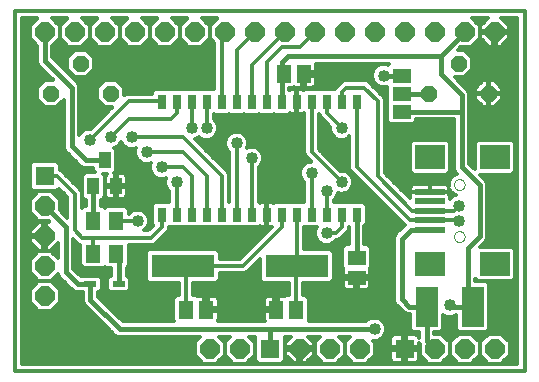
<source format=gtl>
G75*
G70*
%OFA0B0*%
%FSLAX24Y24*%
%IPPOS*%
%LPD*%
%AMOC8*
5,1,8,0,0,1.08239X$1,22.5*
%
%ADD10C,0.0120*%
%ADD11R,0.0984X0.0197*%
%ADD12R,0.0984X0.0787*%
%ADD13C,0.0000*%
%ADD14R,0.0512X0.0591*%
%ADD15R,0.2100X0.0760*%
%ADD16R,0.0591X0.0512*%
%ADD17OC8,0.0640*%
%ADD18R,0.0394X0.0551*%
%ADD19R,0.0512X0.0630*%
%ADD20OC8,0.0560*%
%ADD21R,0.0640X0.0640*%
%ADD22R,0.0300X0.0500*%
%ADD23R,0.0413X0.0197*%
%ADD24R,0.0748X0.1339*%
%ADD25R,0.0630X0.0460*%
%ADD26C,0.0400*%
%ADD27C,0.0160*%
D10*
X000161Y000161D02*
X017161Y000161D01*
X017161Y012161D01*
X000161Y012161D01*
X000161Y000161D01*
X000401Y000401D02*
X000401Y011921D01*
X000914Y011921D01*
X000661Y011668D01*
X000661Y011254D01*
X000901Y011014D01*
X000901Y010563D01*
X000901Y010460D01*
X000941Y010364D01*
X001434Y009871D01*
X001171Y009871D01*
X000901Y009602D01*
X000901Y009221D01*
X001171Y008951D01*
X001552Y008951D01*
X001801Y009201D01*
X001801Y007610D01*
X001841Y007514D01*
X001914Y007441D01*
X002381Y006974D01*
X002476Y006934D01*
X002580Y006934D01*
X002784Y006934D01*
X002784Y006844D01*
X002845Y006784D01*
X002516Y006784D01*
X002410Y006678D01*
X002410Y005978D01*
X002516Y005873D01*
X002527Y005873D01*
X002527Y005656D01*
X002457Y005656D01*
X002401Y005601D01*
X002401Y006109D01*
X002365Y006197D01*
X002297Y006265D01*
X001697Y006865D01*
X001661Y006880D01*
X001661Y007056D01*
X001556Y007161D01*
X000767Y007161D01*
X000661Y007056D01*
X000661Y006267D01*
X000767Y006161D01*
X001556Y006161D01*
X001639Y006244D01*
X001921Y005962D01*
X001921Y005269D01*
X001661Y005529D01*
X001661Y005868D01*
X001368Y006161D01*
X000954Y006161D01*
X000661Y005868D01*
X000661Y005454D01*
X000954Y005161D01*
X001294Y005161D01*
X001314Y005141D01*
X001201Y005141D01*
X001201Y004701D01*
X001121Y004701D01*
X001121Y004621D01*
X001201Y004621D01*
X001201Y004181D01*
X001360Y004181D01*
X001601Y004423D01*
X001601Y003928D01*
X001368Y004161D01*
X000954Y004161D01*
X000661Y003868D01*
X000661Y003454D01*
X000954Y003161D01*
X000661Y002868D01*
X000661Y002454D01*
X000954Y002161D01*
X001368Y002161D01*
X001661Y002454D01*
X001661Y002868D01*
X001368Y003161D01*
X000954Y003161D01*
X001368Y003161D01*
X001606Y003399D01*
X001641Y003314D01*
X002041Y002914D01*
X002114Y002841D01*
X002210Y002801D01*
X002389Y002801D01*
X002408Y002783D01*
X002429Y002783D01*
X002429Y002585D01*
X002429Y002482D01*
X002468Y002386D01*
X003514Y001341D01*
X003610Y001301D01*
X003713Y001301D01*
X006344Y001301D01*
X006161Y001118D01*
X006161Y000704D01*
X006454Y000411D01*
X006868Y000411D01*
X007161Y000704D01*
X007161Y001118D01*
X006978Y001301D01*
X007344Y001301D01*
X007161Y001118D01*
X007161Y000704D01*
X007454Y000411D01*
X007868Y000411D01*
X008161Y000704D01*
X008161Y001118D01*
X007978Y001301D01*
X008161Y001301D01*
X008161Y000517D01*
X007974Y000517D01*
X008093Y000635D02*
X008161Y000635D01*
X008161Y000517D02*
X008267Y000411D01*
X009056Y000411D01*
X009161Y000517D01*
X009377Y000517D01*
X009462Y000431D02*
X009181Y000712D01*
X009181Y000871D01*
X009621Y000871D01*
X009701Y000871D01*
X009701Y000431D01*
X009860Y000431D01*
X010141Y000712D01*
X010141Y000871D01*
X009701Y000871D01*
X009701Y000951D01*
X010141Y000951D01*
X010141Y001110D01*
X009950Y001301D01*
X010344Y001301D01*
X010161Y001118D01*
X010161Y000704D01*
X010454Y000411D01*
X010868Y000411D01*
X011161Y000704D01*
X011161Y001118D01*
X010978Y001301D01*
X011344Y001301D01*
X011161Y001118D01*
X011161Y000704D01*
X011454Y000411D01*
X011868Y000411D01*
X012161Y000704D01*
X012161Y001118D01*
X012098Y001181D01*
X012237Y001181D01*
X012376Y001239D01*
X012483Y001346D01*
X012541Y001486D01*
X012541Y001637D01*
X012483Y001776D01*
X012376Y001883D01*
X012237Y001941D01*
X012086Y001941D01*
X011946Y001883D01*
X011884Y001821D01*
X009962Y001821D01*
X009982Y001841D01*
X009982Y002581D01*
X009876Y002686D01*
X009786Y002686D01*
X009786Y003101D01*
X010686Y003101D01*
X010791Y003207D01*
X010791Y004116D01*
X010686Y004221D01*
X009801Y004221D01*
X009801Y004965D01*
X009811Y004975D01*
X009837Y004949D01*
X010228Y004949D01*
X010181Y004837D01*
X010181Y004686D01*
X010239Y004546D01*
X010346Y004439D01*
X010486Y004381D01*
X010637Y004381D01*
X010776Y004439D01*
X010859Y004521D01*
X010909Y004521D01*
X010997Y004558D01*
X011065Y004625D01*
X011265Y004825D01*
X011301Y004914D01*
X011301Y004965D01*
X011301Y004382D01*
X011191Y004382D01*
X011086Y004276D01*
X011086Y003615D01*
X011115Y003587D01*
X011106Y003554D01*
X011106Y003336D01*
X011501Y003336D01*
X011501Y003217D01*
X011106Y003217D01*
X011106Y003000D01*
X011117Y002959D01*
X011138Y002922D01*
X011168Y002893D01*
X011204Y002872D01*
X011245Y002861D01*
X011501Y002861D01*
X011501Y003216D01*
X011621Y003216D01*
X011621Y002861D01*
X011878Y002861D01*
X011918Y002872D01*
X011955Y002893D01*
X011985Y002922D01*
X012006Y002959D01*
X012016Y003000D01*
X012016Y003217D01*
X011621Y003217D01*
X011621Y003336D01*
X012016Y003336D01*
X012016Y003554D01*
X012008Y003587D01*
X012036Y003615D01*
X012036Y004276D01*
X011931Y004382D01*
X011821Y004382D01*
X011821Y004985D01*
X011891Y005055D01*
X011891Y005704D01*
X011786Y005809D01*
X011337Y005809D01*
X011311Y005784D01*
X011286Y005809D01*
X010837Y005809D01*
X010811Y005784D01*
X010801Y005794D01*
X010801Y005864D01*
X010883Y005946D01*
X010941Y006086D01*
X010941Y006100D01*
X010986Y006081D01*
X011137Y006081D01*
X011276Y006139D01*
X011383Y006246D01*
X011441Y006386D01*
X011441Y006537D01*
X011383Y006676D01*
X011276Y006783D01*
X011137Y006841D01*
X011021Y006841D01*
X010301Y007561D01*
X010301Y008729D01*
X010311Y008739D01*
X010321Y008729D01*
X010321Y008714D01*
X010358Y008625D01*
X010425Y008558D01*
X010681Y008302D01*
X010681Y008186D01*
X010739Y008046D01*
X010846Y007939D01*
X010986Y007881D01*
X011137Y007881D01*
X011276Y007939D01*
X011321Y007984D01*
X011321Y006914D01*
X011358Y006825D01*
X011425Y006758D01*
X013158Y005025D01*
X012914Y004782D01*
X012841Y004709D01*
X012801Y004613D01*
X012801Y002613D01*
X012801Y002510D01*
X012841Y002414D01*
X013164Y002091D01*
X013260Y002051D01*
X013340Y002051D01*
X013340Y001567D01*
X013445Y001462D01*
X013634Y001462D01*
X013634Y001281D01*
X013630Y001293D01*
X013609Y001329D01*
X013579Y001359D01*
X013543Y001380D01*
X013502Y001391D01*
X013201Y001391D01*
X013201Y000951D01*
X013121Y000951D01*
X013121Y000871D01*
X013201Y000871D01*
X013201Y000431D01*
X013502Y000431D01*
X013543Y000442D01*
X013579Y000463D01*
X013609Y000493D01*
X013630Y000529D01*
X013641Y000570D01*
X013641Y000871D01*
X013201Y000871D01*
X013201Y000951D01*
X013641Y000951D01*
X013641Y001109D01*
X013661Y001060D01*
X013661Y000704D01*
X013954Y000411D01*
X014368Y000411D01*
X014661Y000704D01*
X014661Y001118D01*
X014368Y001411D01*
X014154Y001411D01*
X014154Y001462D01*
X014342Y001462D01*
X014448Y001567D01*
X014448Y002039D01*
X014586Y001981D01*
X014737Y001981D01*
X014875Y002039D01*
X014875Y001567D01*
X014980Y001462D01*
X015878Y001462D01*
X015983Y001567D01*
X015983Y003055D01*
X015878Y003161D01*
X015521Y003161D01*
X015521Y003245D01*
X015601Y003166D01*
X016734Y003166D01*
X016839Y003271D01*
X016839Y004208D01*
X016734Y004313D01*
X015681Y004313D01*
X015882Y004514D01*
X015921Y004610D01*
X015921Y004713D01*
X015921Y006310D01*
X015921Y006413D01*
X015882Y006509D01*
X015681Y006709D01*
X016734Y006709D01*
X016839Y006815D01*
X016839Y007751D01*
X016734Y007857D01*
X015601Y007857D01*
X015495Y007751D01*
X015495Y006895D01*
X015321Y007069D01*
X015321Y008810D01*
X015321Y008913D01*
X015321Y009310D01*
X015321Y009413D01*
X015282Y009509D01*
X014839Y009951D01*
X015152Y009951D01*
X015421Y010221D01*
X015421Y010602D01*
X015152Y010871D01*
X014939Y010871D01*
X015029Y010961D01*
X015368Y010961D01*
X015661Y011254D01*
X015661Y011668D01*
X015408Y011921D01*
X015943Y011921D01*
X015681Y011660D01*
X015661Y011660D01*
X015681Y011660D02*
X015681Y011501D01*
X016121Y011501D01*
X016121Y011421D01*
X016201Y011421D01*
X016201Y010981D01*
X016360Y010981D01*
X016641Y011262D01*
X016641Y011421D01*
X016201Y011421D01*
X016201Y011501D01*
X016641Y011501D01*
X016641Y011660D01*
X016921Y011660D01*
X016921Y011779D02*
X016523Y011779D01*
X016404Y011897D02*
X016921Y011897D01*
X016921Y011921D02*
X016921Y000401D01*
X000401Y000401D01*
X000401Y000517D02*
X006349Y000517D01*
X006230Y000635D02*
X000401Y000635D01*
X000401Y000754D02*
X006161Y000754D01*
X006161Y000873D02*
X000401Y000873D01*
X000401Y000991D02*
X006161Y000991D01*
X006161Y001110D02*
X000401Y001110D01*
X000401Y001228D02*
X006271Y001228D01*
X006932Y001821D02*
X006951Y001854D01*
X006962Y001895D01*
X006962Y002151D01*
X006606Y002151D01*
X006606Y002271D01*
X006962Y002271D01*
X006962Y002528D01*
X006951Y002568D01*
X006930Y002605D01*
X006900Y002635D01*
X006864Y002656D01*
X006823Y002666D01*
X006606Y002666D01*
X006606Y002271D01*
X006486Y002271D01*
X006486Y002666D01*
X006269Y002666D01*
X006236Y002658D01*
X006207Y002686D01*
X006117Y002686D01*
X006117Y003101D01*
X006886Y003101D01*
X006991Y003207D01*
X006991Y003421D01*
X007714Y003421D01*
X007809Y003421D01*
X007897Y003458D01*
X008331Y003892D01*
X008331Y003207D01*
X008437Y003101D01*
X009306Y003101D01*
X009306Y002686D01*
X009215Y002686D01*
X009187Y002658D01*
X009154Y002666D01*
X008936Y002666D01*
X008936Y002271D01*
X008817Y002271D01*
X008817Y002666D01*
X008600Y002666D01*
X008559Y002656D01*
X008522Y002635D01*
X008493Y002605D01*
X008472Y002568D01*
X008461Y002528D01*
X008461Y002271D01*
X008816Y002271D01*
X008816Y002151D01*
X008461Y002151D01*
X008461Y001895D01*
X008472Y001854D01*
X008491Y001821D01*
X006932Y001821D01*
X006962Y001939D02*
X008461Y001939D01*
X008461Y002058D02*
X006962Y002058D01*
X006962Y002295D02*
X008461Y002295D01*
X008461Y002414D02*
X006962Y002414D01*
X006961Y002532D02*
X008462Y002532D01*
X008550Y002651D02*
X006872Y002651D01*
X006606Y002651D02*
X006486Y002651D01*
X006486Y002532D02*
X006606Y002532D01*
X006606Y002414D02*
X006486Y002414D01*
X006486Y002295D02*
X006606Y002295D01*
X006606Y002176D02*
X008816Y002176D01*
X008817Y002295D02*
X008936Y002295D01*
X008936Y002414D02*
X008817Y002414D01*
X008817Y002532D02*
X008936Y002532D01*
X008936Y002651D02*
X008817Y002651D01*
X009306Y002769D02*
X006117Y002769D01*
X006117Y002888D02*
X009306Y002888D01*
X009306Y003006D02*
X006117Y003006D01*
X005637Y003006D02*
X004020Y003006D01*
X004020Y002888D02*
X004020Y003234D01*
X003915Y003340D01*
X003894Y003340D01*
X003894Y003614D01*
X003971Y003691D01*
X003971Y004371D01*
X004759Y004371D01*
X004847Y004408D01*
X004915Y004475D01*
X005265Y004825D01*
X005301Y004914D01*
X005301Y004965D01*
X005311Y004975D01*
X005337Y004949D01*
X005786Y004949D01*
X005811Y004975D01*
X005837Y004949D01*
X006286Y004949D01*
X006311Y004975D01*
X006337Y004949D01*
X006786Y004949D01*
X006811Y004975D01*
X006837Y004949D01*
X007286Y004949D01*
X007311Y004975D01*
X007337Y004949D01*
X007786Y004949D01*
X007811Y004975D01*
X007837Y004949D01*
X008286Y004949D01*
X008329Y004992D01*
X008349Y004980D01*
X008390Y004969D01*
X008546Y004969D01*
X008546Y005364D01*
X008576Y005364D01*
X008576Y004969D01*
X008730Y004969D01*
X007662Y003901D01*
X006991Y003901D01*
X006991Y004116D01*
X006886Y004221D01*
X004637Y004221D01*
X004531Y004116D01*
X004531Y003207D01*
X004637Y003101D01*
X005637Y003101D01*
X005637Y002686D01*
X005546Y002686D01*
X005441Y002581D01*
X005441Y001841D01*
X005461Y001821D01*
X003769Y001821D01*
X002949Y002641D01*
X002949Y002783D01*
X002970Y002783D01*
X003075Y002888D01*
X003248Y002888D01*
X003247Y002888D02*
X003352Y002783D01*
X003915Y002783D01*
X004020Y002888D01*
X005637Y002888D01*
X005637Y002769D02*
X002949Y002769D01*
X002949Y002651D02*
X005510Y002651D01*
X005441Y002532D02*
X003058Y002532D01*
X003177Y002414D02*
X005441Y002414D01*
X005441Y002295D02*
X003295Y002295D01*
X003414Y002176D02*
X005441Y002176D01*
X005441Y002058D02*
X003532Y002058D01*
X003651Y001939D02*
X005441Y001939D01*
X005877Y002211D02*
X005877Y003546D01*
X005761Y003661D01*
X007761Y003661D01*
X009061Y004961D01*
X009061Y005379D01*
X008794Y005766D02*
X008773Y005778D01*
X008732Y005789D01*
X008576Y005789D01*
X008576Y005395D01*
X008546Y005395D01*
X008546Y005789D01*
X008390Y005789D01*
X008349Y005778D01*
X008329Y005766D01*
X008301Y005794D01*
X008301Y006964D01*
X008383Y007046D01*
X008441Y007186D01*
X008441Y007337D01*
X008383Y007476D01*
X008276Y007583D01*
X008137Y007641D01*
X007986Y007641D01*
X007910Y007610D01*
X007941Y007686D01*
X007941Y007837D01*
X007883Y007976D01*
X007776Y008083D01*
X007637Y008141D01*
X007486Y008141D01*
X007346Y008083D01*
X007239Y007976D01*
X007181Y007837D01*
X007181Y007686D01*
X007239Y007546D01*
X007321Y007464D01*
X007321Y005794D01*
X007311Y005784D01*
X007301Y005794D01*
X007301Y006709D01*
X007265Y006797D01*
X007197Y006865D01*
X006168Y007894D01*
X006276Y007939D01*
X006311Y007974D01*
X006346Y007939D01*
X006486Y007881D01*
X006637Y007881D01*
X006776Y007939D01*
X006883Y008046D01*
X006941Y008186D01*
X006941Y008337D01*
X006883Y008476D01*
X006801Y008559D01*
X006801Y008729D01*
X006811Y008739D01*
X006837Y008713D01*
X007286Y008713D01*
X007311Y008739D01*
X007337Y008713D01*
X007786Y008713D01*
X007811Y008739D01*
X007837Y008713D01*
X008286Y008713D01*
X008311Y008739D01*
X008337Y008713D01*
X008786Y008713D01*
X008811Y008739D01*
X008837Y008713D01*
X009286Y008713D01*
X009329Y008756D01*
X009349Y008744D01*
X009390Y008733D01*
X009546Y008733D01*
X009546Y009128D01*
X009576Y009128D01*
X009576Y008733D01*
X009732Y008733D01*
X009773Y008744D01*
X009794Y008756D01*
X009821Y008729D01*
X009821Y007414D01*
X009858Y007325D01*
X009925Y007258D01*
X010042Y007141D01*
X009986Y007141D01*
X009846Y007083D01*
X009739Y006976D01*
X009681Y006837D01*
X009681Y006686D01*
X009739Y006546D01*
X009821Y006464D01*
X009821Y005794D01*
X009811Y005784D01*
X009786Y005809D01*
X009337Y005809D01*
X009311Y005784D01*
X009286Y005809D01*
X008837Y005809D01*
X008794Y005766D01*
X008576Y005733D02*
X008546Y005733D01*
X008546Y005614D02*
X008576Y005614D01*
X008576Y005496D02*
X008546Y005496D01*
X008546Y005259D02*
X008576Y005259D01*
X008576Y005140D02*
X008546Y005140D01*
X008546Y005022D02*
X008576Y005022D01*
X008664Y004903D02*
X005297Y004903D01*
X005224Y004784D02*
X008545Y004784D01*
X008427Y004666D02*
X005105Y004666D01*
X004987Y004547D02*
X008308Y004547D01*
X008189Y004429D02*
X004868Y004429D01*
X004607Y004192D02*
X003971Y004192D01*
X003971Y004310D02*
X008071Y004310D01*
X007952Y004192D02*
X006915Y004192D01*
X006991Y004073D02*
X007834Y004073D01*
X007715Y003955D02*
X006991Y003955D01*
X006991Y003362D02*
X008331Y003362D01*
X008331Y003480D02*
X007920Y003480D01*
X008038Y003599D02*
X008331Y003599D01*
X008331Y003718D02*
X008157Y003718D01*
X008275Y003836D02*
X008331Y003836D01*
X008331Y003243D02*
X006991Y003243D01*
X006909Y003125D02*
X008413Y003125D01*
X009546Y003646D02*
X009561Y003661D01*
X009561Y005379D01*
X010061Y005379D02*
X010061Y006761D01*
X009715Y006918D02*
X008301Y006918D01*
X008301Y006800D02*
X009681Y006800D01*
X009683Y006681D02*
X008301Y006681D01*
X008301Y006563D02*
X009732Y006563D01*
X009821Y006444D02*
X008301Y006444D01*
X008301Y006326D02*
X009821Y006326D01*
X009821Y006207D02*
X008301Y006207D01*
X008301Y006088D02*
X009821Y006088D01*
X009821Y005970D02*
X008301Y005970D01*
X008301Y005851D02*
X009821Y005851D01*
X010561Y006161D02*
X010561Y005379D01*
X011061Y005379D02*
X011061Y004961D01*
X010861Y004761D01*
X010561Y004761D01*
X010209Y004903D02*
X009801Y004903D01*
X009801Y004784D02*
X010181Y004784D01*
X010189Y004666D02*
X009801Y004666D01*
X009801Y004547D02*
X010239Y004547D01*
X010371Y004429D02*
X009801Y004429D01*
X009801Y004310D02*
X011120Y004310D01*
X011086Y004192D02*
X010715Y004192D01*
X010791Y004073D02*
X011086Y004073D01*
X011086Y003955D02*
X010791Y003955D01*
X010791Y003836D02*
X011086Y003836D01*
X011086Y003718D02*
X010791Y003718D01*
X010791Y003599D02*
X011102Y003599D01*
X011106Y003480D02*
X010791Y003480D01*
X010791Y003362D02*
X011106Y003362D01*
X011106Y003125D02*
X010709Y003125D01*
X010791Y003243D02*
X011501Y003243D01*
X011501Y003125D02*
X011621Y003125D01*
X011621Y003243D02*
X012801Y003243D01*
X012801Y003125D02*
X012016Y003125D01*
X012016Y003006D02*
X012801Y003006D01*
X012801Y002888D02*
X011946Y002888D01*
X011621Y002888D02*
X011501Y002888D01*
X011501Y003006D02*
X011621Y003006D01*
X011176Y002888D02*
X009786Y002888D01*
X009786Y003006D02*
X011106Y003006D01*
X012016Y003362D02*
X012801Y003362D01*
X012801Y003480D02*
X012016Y003480D01*
X012020Y003599D02*
X012801Y003599D01*
X012801Y003718D02*
X012036Y003718D01*
X012036Y003836D02*
X012801Y003836D01*
X012801Y003955D02*
X012036Y003955D01*
X012036Y004073D02*
X012801Y004073D01*
X012801Y004192D02*
X012036Y004192D01*
X012003Y004310D02*
X012801Y004310D01*
X012801Y004429D02*
X011821Y004429D01*
X011821Y004547D02*
X012801Y004547D01*
X012823Y004666D02*
X011821Y004666D01*
X011821Y004784D02*
X012917Y004784D01*
X012914Y004782D02*
X012914Y004782D01*
X013035Y004903D02*
X011821Y004903D01*
X011858Y005022D02*
X013154Y005022D01*
X013043Y005140D02*
X011891Y005140D01*
X011891Y005259D02*
X012924Y005259D01*
X012806Y005377D02*
X011891Y005377D01*
X011891Y005496D02*
X012687Y005496D01*
X012569Y005614D02*
X011891Y005614D01*
X011862Y005733D02*
X012450Y005733D01*
X012332Y005851D02*
X010801Y005851D01*
X010893Y005970D02*
X012213Y005970D01*
X012095Y006088D02*
X011154Y006088D01*
X010968Y006088D02*
X010941Y006088D01*
X011061Y006461D02*
X010061Y007461D01*
X010061Y009143D01*
X010073Y009606D02*
X009856Y009606D01*
X009856Y010001D01*
X009736Y010001D01*
X009736Y009606D01*
X009519Y009606D01*
X009486Y009615D01*
X009457Y009586D01*
X009321Y009586D01*
X009321Y009538D01*
X009329Y009530D01*
X009349Y009542D01*
X009390Y009553D01*
X009546Y009553D01*
X009546Y009158D01*
X009576Y009158D01*
X009576Y009553D01*
X009732Y009553D01*
X009773Y009542D01*
X009794Y009530D01*
X009837Y009573D01*
X010286Y009573D01*
X010311Y009548D01*
X010337Y009573D01*
X010786Y009573D01*
X010811Y009548D01*
X010837Y009573D01*
X010848Y009573D01*
X010858Y009597D01*
X010925Y009665D01*
X010925Y009665D01*
X011075Y009815D01*
X011164Y009851D01*
X011259Y009851D01*
X011764Y009851D01*
X011859Y009851D01*
X011947Y009815D01*
X012465Y009297D01*
X012501Y009209D01*
X012501Y009114D01*
X012501Y006761D01*
X013330Y005932D01*
X013330Y005999D01*
X013350Y006020D01*
X013350Y006022D01*
X013350Y006141D01*
X014002Y006141D01*
X014002Y006141D01*
X014654Y006141D01*
X014654Y006022D01*
X014654Y006020D01*
X014674Y005999D01*
X014674Y005911D01*
X014746Y005983D01*
X014875Y006037D01*
X014784Y006075D01*
X014683Y006175D01*
X014654Y006246D01*
X014654Y006141D01*
X014002Y006141D01*
X014002Y006141D01*
X013350Y006141D01*
X013350Y006261D01*
X013361Y006301D01*
X013382Y006338D01*
X013412Y006368D01*
X013448Y006389D01*
X013489Y006400D01*
X014002Y006400D01*
X014002Y006142D01*
X014002Y006142D01*
X014002Y006400D01*
X014515Y006400D01*
X014556Y006389D01*
X014592Y006368D01*
X014622Y006338D01*
X014629Y006326D01*
X014629Y006448D01*
X014683Y006580D01*
X014784Y006680D01*
X014915Y006735D01*
X014920Y006735D01*
X014841Y006814D01*
X014801Y006910D01*
X014801Y007013D01*
X014801Y008551D01*
X013556Y008551D01*
X013556Y008507D01*
X013451Y008401D01*
X012672Y008401D01*
X012566Y008507D01*
X012566Y009116D01*
X012566Y009643D01*
X012537Y009631D01*
X012386Y009631D01*
X012246Y009689D01*
X012139Y009796D01*
X012081Y009936D01*
X012081Y010087D01*
X012139Y010226D01*
X012246Y010333D01*
X012386Y010391D01*
X012537Y010391D01*
X012611Y010361D01*
X012652Y010401D01*
X010205Y010401D01*
X010212Y010378D01*
X010212Y010121D01*
X009856Y010121D01*
X009856Y010001D01*
X010212Y010001D01*
X010212Y009745D01*
X010201Y009704D01*
X010180Y009668D01*
X010150Y009638D01*
X010114Y009617D01*
X010073Y009606D01*
X010157Y009645D02*
X010905Y009645D01*
X011024Y009763D02*
X010212Y009763D01*
X010212Y009882D02*
X012104Y009882D01*
X012081Y010000D02*
X010212Y010000D01*
X010212Y010237D02*
X012150Y010237D01*
X012095Y010119D02*
X009856Y010119D01*
X009856Y010000D02*
X009736Y010000D01*
X009736Y009882D02*
X009856Y009882D01*
X009856Y009763D02*
X009736Y009763D01*
X009736Y009645D02*
X009856Y009645D01*
X009576Y009526D02*
X009546Y009526D01*
X009546Y009408D02*
X009576Y009408D01*
X009576Y009289D02*
X009546Y009289D01*
X009546Y009171D02*
X009576Y009171D01*
X009576Y009052D02*
X009546Y009052D01*
X009546Y008933D02*
X009576Y008933D01*
X009576Y008815D02*
X009546Y008815D01*
X009821Y008696D02*
X006801Y008696D01*
X006801Y008578D02*
X009821Y008578D01*
X009821Y008459D02*
X006891Y008459D01*
X006940Y008341D02*
X009821Y008341D01*
X009821Y008222D02*
X006941Y008222D01*
X006907Y008104D02*
X007395Y008104D01*
X007248Y007985D02*
X006823Y007985D01*
X006561Y008261D02*
X006561Y009143D01*
X006311Y009548D02*
X006286Y009573D01*
X005837Y009573D01*
X005811Y009548D01*
X005786Y009573D01*
X005337Y009573D01*
X005311Y009548D01*
X005286Y009573D01*
X004837Y009573D01*
X004731Y009468D01*
X004731Y009401D01*
X004009Y009401D01*
X003914Y009401D01*
X003825Y009365D01*
X003821Y009361D01*
X003821Y009602D01*
X003552Y009871D01*
X003171Y009871D01*
X002901Y009602D01*
X002901Y009221D01*
X003171Y008951D01*
X003412Y008951D01*
X002702Y008241D01*
X002586Y008241D01*
X002446Y008183D01*
X002339Y008076D01*
X002321Y008033D01*
X002321Y009663D01*
X002282Y009759D01*
X002209Y009832D01*
X001421Y010619D01*
X001421Y011014D01*
X001661Y011254D01*
X001661Y011668D01*
X001408Y011921D01*
X001914Y011921D01*
X001661Y011668D01*
X001661Y011254D01*
X001954Y010961D01*
X002368Y010961D01*
X002661Y011254D01*
X002661Y011668D01*
X002408Y011921D01*
X002914Y011921D01*
X002661Y011668D01*
X002661Y011254D01*
X002954Y010961D01*
X003368Y010961D01*
X003661Y011254D01*
X003661Y011668D01*
X003408Y011921D01*
X003914Y011921D01*
X003661Y011668D01*
X003661Y011254D01*
X003954Y010961D01*
X004368Y010961D01*
X004661Y011254D01*
X004661Y011668D01*
X004408Y011921D01*
X004914Y011921D01*
X004661Y011668D01*
X004661Y011254D01*
X004954Y010961D01*
X005368Y010961D01*
X005661Y011254D01*
X005661Y011668D01*
X005408Y011921D01*
X005914Y011921D01*
X005661Y011668D01*
X005661Y011254D01*
X005954Y010961D01*
X006368Y010961D01*
X006661Y011254D01*
X006661Y011668D01*
X006408Y011921D01*
X006914Y011921D01*
X006661Y011668D01*
X006661Y011254D01*
X006821Y011094D01*
X006821Y009558D01*
X006811Y009548D01*
X006786Y009573D01*
X006337Y009573D01*
X006311Y009548D01*
X006061Y009143D02*
X006061Y008261D01*
X006195Y007867D02*
X007194Y007867D01*
X007181Y007748D02*
X006314Y007748D01*
X006432Y007629D02*
X007204Y007629D01*
X007274Y007511D02*
X006551Y007511D01*
X006669Y007392D02*
X007321Y007392D01*
X007321Y007274D02*
X006788Y007274D01*
X006907Y007155D02*
X007321Y007155D01*
X007321Y007037D02*
X007025Y007037D01*
X007144Y006918D02*
X007321Y006918D01*
X007321Y006800D02*
X007262Y006800D01*
X007301Y006681D02*
X007321Y006681D01*
X007321Y006563D02*
X007301Y006563D01*
X007301Y006444D02*
X007321Y006444D01*
X007321Y006326D02*
X007301Y006326D01*
X007301Y006207D02*
X007321Y006207D01*
X007321Y006088D02*
X007301Y006088D01*
X007301Y005970D02*
X007321Y005970D01*
X007321Y005851D02*
X007301Y005851D01*
X007061Y005379D02*
X007061Y006661D01*
X005761Y007961D01*
X004061Y007961D01*
X003711Y007813D02*
X003739Y007746D01*
X003846Y007639D01*
X003986Y007581D01*
X004137Y007581D01*
X004213Y007613D01*
X004181Y007537D01*
X004181Y007386D01*
X004239Y007246D01*
X004346Y007139D01*
X004486Y007081D01*
X004637Y007081D01*
X004713Y007113D01*
X004681Y007037D01*
X004681Y006886D01*
X004739Y006746D01*
X004846Y006639D01*
X004986Y006581D01*
X005137Y006581D01*
X005213Y006613D01*
X005181Y006537D01*
X005181Y006386D01*
X005239Y006246D01*
X005321Y006164D01*
X005321Y005794D01*
X005311Y005784D01*
X005286Y005809D01*
X004837Y005809D01*
X004731Y005704D01*
X004731Y005055D01*
X004773Y005013D01*
X004612Y004851D01*
X004489Y004851D01*
X004583Y004946D01*
X004641Y005086D01*
X004641Y005237D01*
X004583Y005376D01*
X004476Y005483D01*
X004337Y005541D01*
X004186Y005541D01*
X004046Y005483D01*
X003971Y005409D01*
X003971Y005551D01*
X003866Y005656D01*
X003205Y005656D01*
X003161Y005613D01*
X003118Y005656D01*
X003047Y005656D01*
X003047Y005873D01*
X003059Y005873D01*
X003164Y005978D01*
X003164Y006678D01*
X003104Y006739D01*
X003252Y006739D01*
X003240Y006732D01*
X003210Y006702D01*
X003189Y006666D01*
X003178Y006625D01*
X003178Y006367D01*
X003497Y006367D01*
X003497Y006764D01*
X003458Y006764D01*
X003538Y006844D01*
X003538Y007544D01*
X003482Y007600D01*
X003576Y007639D01*
X003683Y007746D01*
X003711Y007813D01*
X003684Y007748D02*
X003738Y007748D01*
X003869Y007629D02*
X003553Y007629D01*
X003538Y007511D02*
X004181Y007511D01*
X004181Y007392D02*
X003538Y007392D01*
X003538Y007274D02*
X004228Y007274D01*
X004330Y007155D02*
X003538Y007155D01*
X003538Y007037D02*
X004681Y007037D01*
X004681Y006918D02*
X003538Y006918D01*
X003494Y006800D02*
X004717Y006800D01*
X004804Y006681D02*
X003872Y006681D01*
X003881Y006666D02*
X003860Y006702D01*
X003830Y006732D01*
X003794Y006753D01*
X003753Y006764D01*
X003574Y006764D01*
X003574Y006367D01*
X003497Y006367D01*
X003497Y006290D01*
X003178Y006290D01*
X003178Y006031D01*
X003189Y005991D01*
X003210Y005954D01*
X003240Y005925D01*
X003277Y005904D01*
X003317Y005893D01*
X003497Y005893D01*
X003497Y006289D01*
X003574Y006289D01*
X003574Y005893D01*
X003753Y005893D01*
X003794Y005904D01*
X003830Y005925D01*
X003860Y005954D01*
X003881Y005991D01*
X003892Y006031D01*
X003892Y006290D01*
X003574Y006290D01*
X003574Y006367D01*
X003892Y006367D01*
X003892Y006625D01*
X003881Y006666D01*
X003892Y006563D02*
X005192Y006563D01*
X005181Y006444D02*
X003892Y006444D01*
X003892Y006207D02*
X005278Y006207D01*
X005321Y006088D02*
X003892Y006088D01*
X003869Y005970D02*
X005321Y005970D01*
X005321Y005851D02*
X003047Y005851D01*
X003047Y005733D02*
X004760Y005733D01*
X004731Y005614D02*
X003908Y005614D01*
X003971Y005496D02*
X004076Y005496D01*
X004447Y005496D02*
X004731Y005496D01*
X004731Y005377D02*
X004583Y005377D01*
X004632Y005259D02*
X004731Y005259D01*
X004731Y005140D02*
X004641Y005140D01*
X004615Y005022D02*
X004765Y005022D01*
X004664Y004903D02*
X004540Y004903D01*
X004711Y004611D02*
X002761Y004611D01*
X002787Y004585D01*
X002787Y004061D01*
X002351Y004073D02*
X002121Y004073D01*
X002121Y003955D02*
X002351Y003955D01*
X002351Y003836D02*
X002121Y003836D01*
X002121Y003718D02*
X002351Y003718D01*
X002351Y003691D02*
X002457Y003586D01*
X003118Y003586D01*
X003161Y003630D01*
X003205Y003586D01*
X003374Y003586D01*
X003374Y003340D01*
X003352Y003340D01*
X003247Y003234D01*
X003247Y002888D01*
X003247Y003006D02*
X003075Y003006D01*
X003075Y002888D02*
X003075Y003234D01*
X002970Y003340D01*
X002408Y003340D01*
X002389Y003321D01*
X002369Y003321D01*
X002121Y003569D01*
X002121Y004562D01*
X002275Y004408D01*
X002351Y004376D01*
X002351Y003691D01*
X002444Y003599D02*
X002121Y003599D01*
X002210Y003480D02*
X003374Y003480D01*
X003374Y003362D02*
X002328Y003362D01*
X001949Y003006D02*
X001523Y003006D01*
X001642Y002888D02*
X002067Y002888D01*
X001830Y003125D02*
X001405Y003125D01*
X001450Y003243D02*
X001711Y003243D01*
X001621Y003362D02*
X001569Y003362D01*
X000918Y003125D02*
X000401Y003125D01*
X000401Y003243D02*
X000872Y003243D01*
X000753Y003362D02*
X000401Y003362D01*
X000401Y003480D02*
X000661Y003480D01*
X000661Y003599D02*
X000401Y003599D01*
X000401Y003718D02*
X000661Y003718D01*
X000661Y003836D02*
X000401Y003836D01*
X000401Y003955D02*
X000748Y003955D01*
X000866Y004073D02*
X000401Y004073D01*
X000401Y004192D02*
X000952Y004192D01*
X000962Y004181D02*
X001121Y004181D01*
X001121Y004621D01*
X000681Y004621D01*
X000681Y004462D01*
X000962Y004181D01*
X001121Y004192D02*
X001201Y004192D01*
X001201Y004310D02*
X001121Y004310D01*
X001121Y004429D02*
X001201Y004429D01*
X001201Y004547D02*
X001121Y004547D01*
X001121Y004666D02*
X000401Y004666D01*
X000401Y004784D02*
X000681Y004784D01*
X000681Y004860D02*
X000681Y004701D01*
X001121Y004701D01*
X001121Y005141D01*
X000962Y005141D01*
X000681Y004860D01*
X000724Y004903D02*
X000401Y004903D01*
X000401Y005022D02*
X000843Y005022D01*
X000961Y005140D02*
X000401Y005140D01*
X000401Y005259D02*
X000857Y005259D01*
X000738Y005377D02*
X000401Y005377D01*
X000401Y005496D02*
X000661Y005496D01*
X000661Y005614D02*
X000401Y005614D01*
X000401Y005733D02*
X000661Y005733D01*
X000661Y005851D02*
X000401Y005851D01*
X000401Y005970D02*
X000763Y005970D01*
X000881Y006088D02*
X000401Y006088D01*
X000401Y006207D02*
X000721Y006207D01*
X000661Y006326D02*
X000401Y006326D01*
X000401Y006444D02*
X000661Y006444D01*
X000661Y006563D02*
X000401Y006563D01*
X000401Y006681D02*
X000661Y006681D01*
X000661Y006800D02*
X000401Y006800D01*
X000401Y006918D02*
X000661Y006918D01*
X000661Y007037D02*
X000401Y007037D01*
X000401Y007155D02*
X000761Y007155D01*
X000401Y007274D02*
X002081Y007274D01*
X001962Y007392D02*
X000401Y007392D01*
X000401Y007511D02*
X001844Y007511D01*
X001914Y007441D02*
X001914Y007441D01*
X001801Y007629D02*
X000401Y007629D01*
X000401Y007748D02*
X001801Y007748D01*
X001801Y007867D02*
X000401Y007867D01*
X000401Y007985D02*
X001801Y007985D01*
X001801Y008104D02*
X000401Y008104D01*
X000401Y008222D02*
X001801Y008222D01*
X001801Y008341D02*
X000401Y008341D01*
X000401Y008459D02*
X001801Y008459D01*
X001801Y008578D02*
X000401Y008578D01*
X000401Y008696D02*
X001801Y008696D01*
X001801Y008815D02*
X000401Y008815D01*
X000401Y008933D02*
X001801Y008933D01*
X001801Y009052D02*
X001652Y009052D01*
X001771Y009171D02*
X001801Y009171D01*
X002321Y009171D02*
X002951Y009171D01*
X002901Y009289D02*
X002321Y009289D01*
X002321Y009408D02*
X002901Y009408D01*
X002901Y009526D02*
X002321Y009526D01*
X002321Y009645D02*
X002944Y009645D01*
X003063Y009763D02*
X002277Y009763D01*
X002158Y009882D02*
X006821Y009882D01*
X006821Y010000D02*
X002601Y010000D01*
X002552Y009951D02*
X002821Y010221D01*
X002821Y010602D01*
X002552Y010871D01*
X002171Y010871D01*
X001901Y010602D01*
X001901Y010221D01*
X002171Y009951D01*
X002552Y009951D01*
X002719Y010119D02*
X006821Y010119D01*
X006821Y010237D02*
X002821Y010237D01*
X002821Y010356D02*
X006821Y010356D01*
X006821Y010475D02*
X002821Y010475D01*
X002821Y010593D02*
X006821Y010593D01*
X006821Y010712D02*
X002711Y010712D01*
X002593Y010830D02*
X006821Y010830D01*
X006821Y010949D02*
X001421Y010949D01*
X001421Y010830D02*
X002130Y010830D01*
X002011Y010712D02*
X001421Y010712D01*
X001447Y010593D02*
X001901Y010593D01*
X001901Y010475D02*
X001566Y010475D01*
X001684Y010356D02*
X001901Y010356D01*
X001901Y010237D02*
X001803Y010237D01*
X001921Y010119D02*
X002003Y010119D01*
X002040Y010000D02*
X002122Y010000D01*
X001423Y009882D02*
X000401Y009882D01*
X000401Y010000D02*
X001304Y010000D01*
X001186Y010119D02*
X000401Y010119D01*
X000401Y010237D02*
X001067Y010237D01*
X000949Y010356D02*
X000401Y010356D01*
X000401Y010475D02*
X000901Y010475D01*
X000901Y010593D02*
X000401Y010593D01*
X000401Y010712D02*
X000901Y010712D01*
X000901Y010830D02*
X000401Y010830D01*
X000401Y010949D02*
X000901Y010949D01*
X000848Y011067D02*
X000401Y011067D01*
X000401Y011186D02*
X000730Y011186D01*
X000661Y011304D02*
X000401Y011304D01*
X000401Y011423D02*
X000661Y011423D01*
X000661Y011541D02*
X000401Y011541D01*
X000401Y011660D02*
X000661Y011660D01*
X000771Y011779D02*
X000401Y011779D01*
X000401Y011897D02*
X000890Y011897D01*
X001433Y011897D02*
X001890Y011897D01*
X001771Y011779D02*
X001551Y011779D01*
X001661Y011660D02*
X001661Y011660D01*
X001661Y011541D02*
X001661Y011541D01*
X001661Y011423D02*
X001661Y011423D01*
X001661Y011304D02*
X001661Y011304D01*
X001593Y011186D02*
X001730Y011186D01*
X001848Y011067D02*
X001474Y011067D01*
X002474Y011067D02*
X002848Y011067D01*
X002730Y011186D02*
X002593Y011186D01*
X002661Y011304D02*
X002661Y011304D01*
X002661Y011423D02*
X002661Y011423D01*
X002661Y011541D02*
X002661Y011541D01*
X002661Y011660D02*
X002661Y011660D01*
X002551Y011779D02*
X002771Y011779D01*
X002890Y011897D02*
X002433Y011897D01*
X003433Y011897D02*
X003890Y011897D01*
X003771Y011779D02*
X003551Y011779D01*
X003661Y011660D02*
X003661Y011660D01*
X003661Y011541D02*
X003661Y011541D01*
X003661Y011423D02*
X003661Y011423D01*
X003661Y011304D02*
X003661Y011304D01*
X003593Y011186D02*
X003730Y011186D01*
X003848Y011067D02*
X003474Y011067D01*
X004474Y011067D02*
X004848Y011067D01*
X004730Y011186D02*
X004593Y011186D01*
X004661Y011304D02*
X004661Y011304D01*
X004661Y011423D02*
X004661Y011423D01*
X004661Y011541D02*
X004661Y011541D01*
X004661Y011660D02*
X004661Y011660D01*
X004551Y011779D02*
X004771Y011779D01*
X004890Y011897D02*
X004433Y011897D01*
X005433Y011897D02*
X005890Y011897D01*
X005771Y011779D02*
X005551Y011779D01*
X005661Y011660D02*
X005661Y011660D01*
X005661Y011541D02*
X005661Y011541D01*
X005661Y011423D02*
X005661Y011423D01*
X005661Y011304D02*
X005661Y011304D01*
X005593Y011186D02*
X005730Y011186D01*
X005848Y011067D02*
X005474Y011067D01*
X006474Y011067D02*
X006821Y011067D01*
X006730Y011186D02*
X006593Y011186D01*
X006661Y011304D02*
X006661Y011304D01*
X006661Y011423D02*
X006661Y011423D01*
X006661Y011541D02*
X006661Y011541D01*
X006661Y011660D02*
X006661Y011660D01*
X006551Y011779D02*
X006771Y011779D01*
X006890Y011897D02*
X006433Y011897D01*
X007061Y011361D02*
X007061Y009143D01*
X007561Y009143D02*
X007561Y010861D01*
X008161Y011461D01*
X007161Y011461D02*
X007061Y011361D01*
X008061Y010361D02*
X009161Y011461D01*
X009061Y010961D02*
X009661Y010961D01*
X010161Y011461D01*
X009061Y010961D02*
X008561Y010461D01*
X008561Y009143D01*
X008061Y009143D02*
X008061Y010361D01*
X009061Y009996D02*
X009127Y010061D01*
X010212Y010356D02*
X012301Y010356D01*
X012172Y009763D02*
X011999Y009763D01*
X012117Y009645D02*
X012353Y009645D01*
X012236Y009526D02*
X012566Y009526D01*
X012566Y009408D02*
X012354Y009408D01*
X012468Y009289D02*
X012566Y009289D01*
X012566Y009171D02*
X012501Y009171D01*
X012501Y009052D02*
X012566Y009052D01*
X012566Y008933D02*
X012501Y008933D01*
X012501Y008815D02*
X012566Y008815D01*
X012566Y008696D02*
X012501Y008696D01*
X012501Y008578D02*
X012566Y008578D01*
X012614Y008459D02*
X012501Y008459D01*
X012501Y008341D02*
X014801Y008341D01*
X014801Y008459D02*
X013509Y008459D01*
X013435Y007857D02*
X013330Y007751D01*
X013330Y006815D01*
X013435Y006709D01*
X014569Y006709D01*
X014674Y006815D01*
X014674Y007751D01*
X014569Y007857D01*
X013435Y007857D01*
X013330Y007748D02*
X012501Y007748D01*
X012501Y007629D02*
X013330Y007629D01*
X013330Y007511D02*
X012501Y007511D01*
X012501Y007392D02*
X013330Y007392D01*
X013330Y007274D02*
X012501Y007274D01*
X012501Y007155D02*
X013330Y007155D01*
X013330Y007037D02*
X012501Y007037D01*
X012501Y006918D02*
X013330Y006918D01*
X013345Y006800D02*
X012501Y006800D01*
X012581Y006681D02*
X014786Y006681D01*
X014855Y006800D02*
X014659Y006800D01*
X014674Y006918D02*
X014801Y006918D01*
X014801Y007037D02*
X014674Y007037D01*
X014674Y007155D02*
X014801Y007155D01*
X014801Y007274D02*
X014674Y007274D01*
X014674Y007392D02*
X014801Y007392D01*
X014801Y007511D02*
X014674Y007511D01*
X014674Y007629D02*
X014801Y007629D01*
X014801Y007748D02*
X014674Y007748D01*
X014801Y007867D02*
X012501Y007867D01*
X012501Y007985D02*
X014801Y007985D01*
X014801Y008104D02*
X012501Y008104D01*
X012501Y008222D02*
X014801Y008222D01*
X015321Y008222D02*
X016921Y008222D01*
X016921Y008104D02*
X015321Y008104D01*
X015321Y007985D02*
X016921Y007985D01*
X016921Y007867D02*
X015321Y007867D01*
X015321Y007748D02*
X015495Y007748D01*
X015495Y007629D02*
X015321Y007629D01*
X015321Y007511D02*
X015495Y007511D01*
X015495Y007392D02*
X015321Y007392D01*
X015321Y007274D02*
X015495Y007274D01*
X015495Y007155D02*
X015321Y007155D01*
X015353Y007037D02*
X015495Y007037D01*
X015495Y006918D02*
X015472Y006918D01*
X015709Y006681D02*
X016921Y006681D01*
X016921Y006563D02*
X015828Y006563D01*
X015908Y006444D02*
X016921Y006444D01*
X016921Y006326D02*
X015921Y006326D01*
X015921Y006207D02*
X016921Y006207D01*
X016921Y006088D02*
X015921Y006088D01*
X015921Y005970D02*
X016921Y005970D01*
X016921Y005851D02*
X015921Y005851D01*
X015921Y005733D02*
X016921Y005733D01*
X016921Y005614D02*
X015921Y005614D01*
X015921Y005496D02*
X016921Y005496D01*
X016921Y005377D02*
X015921Y005377D01*
X015921Y005259D02*
X016921Y005259D01*
X016921Y005140D02*
X015921Y005140D01*
X015921Y005022D02*
X016921Y005022D01*
X016921Y004903D02*
X015921Y004903D01*
X015921Y004784D02*
X016921Y004784D01*
X016921Y004666D02*
X015921Y004666D01*
X015895Y004547D02*
X016921Y004547D01*
X016921Y004429D02*
X015796Y004429D01*
X016737Y004310D02*
X016921Y004310D01*
X016921Y004192D02*
X016839Y004192D01*
X016839Y004073D02*
X016921Y004073D01*
X016921Y003955D02*
X016839Y003955D01*
X016839Y003836D02*
X016921Y003836D01*
X016921Y003718D02*
X016839Y003718D01*
X016839Y003599D02*
X016921Y003599D01*
X016921Y003480D02*
X016839Y003480D01*
X016839Y003362D02*
X016921Y003362D01*
X016921Y003243D02*
X016811Y003243D01*
X016921Y003125D02*
X015913Y003125D01*
X015983Y003006D02*
X016921Y003006D01*
X016921Y002888D02*
X015983Y002888D01*
X015983Y002769D02*
X016921Y002769D01*
X016921Y002651D02*
X015983Y002651D01*
X015983Y002532D02*
X016921Y002532D01*
X016921Y002414D02*
X015983Y002414D01*
X015983Y002295D02*
X016921Y002295D01*
X016921Y002176D02*
X015983Y002176D01*
X015983Y002058D02*
X016921Y002058D01*
X016921Y001939D02*
X015983Y001939D01*
X015983Y001821D02*
X016921Y001821D01*
X016921Y001702D02*
X015983Y001702D01*
X015983Y001584D02*
X016921Y001584D01*
X016921Y001465D02*
X015881Y001465D01*
X015954Y001411D02*
X015661Y001118D01*
X015368Y001411D01*
X014954Y001411D01*
X014661Y001118D01*
X014661Y000704D01*
X014954Y000411D01*
X015368Y000411D01*
X015661Y000704D01*
X015661Y001118D01*
X015661Y000704D01*
X015954Y000411D01*
X016368Y000411D01*
X016661Y000704D01*
X016661Y001118D01*
X016368Y001411D01*
X015954Y001411D01*
X015890Y001347D02*
X015433Y001347D01*
X015551Y001228D02*
X015771Y001228D01*
X015661Y001110D02*
X015661Y001110D01*
X015661Y000991D02*
X015661Y000991D01*
X015661Y000873D02*
X015661Y000873D01*
X015661Y000754D02*
X015661Y000754D01*
X015593Y000635D02*
X015730Y000635D01*
X015849Y000517D02*
X015474Y000517D01*
X014849Y000517D02*
X014474Y000517D01*
X014593Y000635D02*
X014730Y000635D01*
X014661Y000754D02*
X014661Y000754D01*
X014661Y000873D02*
X014661Y000873D01*
X014661Y000991D02*
X014661Y000991D01*
X014661Y001110D02*
X014661Y001110D01*
X014551Y001228D02*
X014771Y001228D01*
X014890Y001347D02*
X014433Y001347D01*
X014345Y001465D02*
X014977Y001465D01*
X014875Y001584D02*
X014448Y001584D01*
X014448Y001702D02*
X014875Y001702D01*
X014875Y001821D02*
X014448Y001821D01*
X014448Y001939D02*
X014875Y001939D01*
X013634Y001347D02*
X013592Y001347D01*
X013442Y001465D02*
X012533Y001465D01*
X012541Y001584D02*
X013340Y001584D01*
X013340Y001702D02*
X012514Y001702D01*
X012439Y001821D02*
X013340Y001821D01*
X013340Y001939D02*
X012241Y001939D01*
X012081Y001939D02*
X009982Y001939D01*
X009982Y002058D02*
X013243Y002058D01*
X013078Y002176D02*
X009982Y002176D01*
X009982Y002295D02*
X012960Y002295D01*
X012841Y002414D02*
X009982Y002414D01*
X009982Y002532D02*
X012801Y002532D01*
X012801Y002651D02*
X009912Y002651D01*
X009786Y002769D02*
X012801Y002769D01*
X012820Y001391D02*
X012779Y001380D01*
X012743Y001359D01*
X012713Y001329D01*
X012692Y001293D01*
X012681Y001252D01*
X012681Y000951D01*
X013121Y000951D01*
X013121Y001391D01*
X012820Y001391D01*
X012730Y001347D02*
X012484Y001347D01*
X012350Y001228D02*
X012681Y001228D01*
X012681Y001110D02*
X012161Y001110D01*
X012161Y000991D02*
X012681Y000991D01*
X012681Y000871D02*
X012681Y000570D01*
X012692Y000529D01*
X012713Y000493D01*
X012743Y000463D01*
X012779Y000442D01*
X012820Y000431D01*
X013121Y000431D01*
X013121Y000871D01*
X012681Y000871D01*
X012681Y000754D02*
X012161Y000754D01*
X012161Y000873D02*
X013121Y000873D01*
X013201Y000873D02*
X013661Y000873D01*
X013661Y000991D02*
X013641Y000991D01*
X013641Y000754D02*
X013661Y000754D01*
X013641Y000635D02*
X013730Y000635D01*
X013623Y000517D02*
X013849Y000517D01*
X013201Y000517D02*
X013121Y000517D01*
X013121Y000635D02*
X013201Y000635D01*
X013201Y000754D02*
X013121Y000754D01*
X013121Y000991D02*
X013201Y000991D01*
X013201Y001110D02*
X013121Y001110D01*
X013121Y001228D02*
X013201Y001228D01*
X013201Y001347D02*
X013121Y001347D01*
X012681Y000635D02*
X012093Y000635D01*
X011974Y000517D02*
X012699Y000517D01*
X011349Y000517D02*
X010974Y000517D01*
X011093Y000635D02*
X011230Y000635D01*
X011161Y000754D02*
X011161Y000754D01*
X011161Y000873D02*
X011161Y000873D01*
X011161Y000991D02*
X011161Y000991D01*
X011161Y001110D02*
X011161Y001110D01*
X011051Y001228D02*
X011271Y001228D01*
X010349Y000517D02*
X009946Y000517D01*
X010064Y000635D02*
X010230Y000635D01*
X010161Y000754D02*
X010141Y000754D01*
X010161Y000873D02*
X009701Y000873D01*
X009621Y000871D02*
X009621Y000431D01*
X009462Y000431D01*
X009621Y000517D02*
X009701Y000517D01*
X009701Y000635D02*
X009621Y000635D01*
X009621Y000754D02*
X009701Y000754D01*
X009621Y000871D02*
X009621Y000951D01*
X009181Y000951D01*
X009181Y001110D01*
X009373Y001301D01*
X009161Y001301D01*
X009161Y000517D01*
X009161Y000635D02*
X009258Y000635D01*
X009181Y000754D02*
X009161Y000754D01*
X009161Y000873D02*
X009621Y000873D01*
X009181Y000991D02*
X009161Y000991D01*
X009161Y001110D02*
X009181Y001110D01*
X009161Y001228D02*
X009299Y001228D01*
X010023Y001228D02*
X010271Y001228D01*
X010161Y001110D02*
X010141Y001110D01*
X010141Y000991D02*
X010161Y000991D01*
X009546Y002211D02*
X009546Y003646D01*
X010752Y004429D02*
X011301Y004429D01*
X011301Y004547D02*
X010972Y004547D01*
X011105Y004666D02*
X011301Y004666D01*
X011301Y004784D02*
X011224Y004784D01*
X011297Y004903D02*
X011301Y004903D01*
X011301Y004965D02*
X011301Y004965D01*
X011344Y006207D02*
X011976Y006207D01*
X011858Y006326D02*
X011416Y006326D01*
X011441Y006444D02*
X011739Y006444D01*
X011620Y006563D02*
X011431Y006563D01*
X011379Y006681D02*
X011502Y006681D01*
X011383Y006800D02*
X011237Y006800D01*
X011321Y006918D02*
X010944Y006918D01*
X010825Y007037D02*
X011321Y007037D01*
X011321Y007155D02*
X010707Y007155D01*
X010588Y007274D02*
X011321Y007274D01*
X011321Y007392D02*
X010469Y007392D01*
X010351Y007511D02*
X011321Y007511D01*
X011321Y007629D02*
X010301Y007629D01*
X010301Y007748D02*
X011321Y007748D01*
X011321Y007867D02*
X010301Y007867D01*
X010301Y007985D02*
X010800Y007985D01*
X010715Y008104D02*
X010301Y008104D01*
X010301Y008222D02*
X010681Y008222D01*
X010642Y008341D02*
X010301Y008341D01*
X010301Y008459D02*
X010524Y008459D01*
X010405Y008578D02*
X010301Y008578D01*
X010301Y008696D02*
X010328Y008696D01*
X010561Y008761D02*
X010561Y009143D01*
X010561Y008761D02*
X011061Y008261D01*
X011061Y009143D02*
X011061Y009461D01*
X011211Y009611D01*
X011811Y009611D01*
X012261Y009161D01*
X012261Y006661D01*
X013411Y005511D01*
X014002Y005511D01*
X014811Y005511D01*
X014961Y005661D01*
X014733Y005970D02*
X014674Y005970D01*
X014654Y006088D02*
X014770Y006088D01*
X014670Y006207D02*
X014654Y006207D01*
X014629Y006444D02*
X012818Y006444D01*
X012936Y006326D02*
X013375Y006326D01*
X013350Y006207D02*
X013055Y006207D01*
X013173Y006088D02*
X013350Y006088D01*
X013330Y005970D02*
X013292Y005970D01*
X014002Y006207D02*
X014002Y006207D01*
X014002Y006326D02*
X014002Y006326D01*
X014676Y006563D02*
X012699Y006563D01*
X011561Y006961D02*
X011561Y009143D01*
X009821Y008104D02*
X007728Y008104D01*
X007875Y007985D02*
X009821Y007985D01*
X009821Y007867D02*
X007929Y007867D01*
X007941Y007748D02*
X009821Y007748D01*
X009821Y007629D02*
X008165Y007629D01*
X007957Y007629D02*
X007918Y007629D01*
X007561Y007761D02*
X007561Y005379D01*
X008061Y005379D02*
X008061Y007261D01*
X008349Y007511D02*
X009821Y007511D01*
X009830Y007392D02*
X008418Y007392D01*
X008441Y007274D02*
X009909Y007274D01*
X010028Y007155D02*
X008429Y007155D01*
X008374Y007037D02*
X009799Y007037D01*
X011561Y006961D02*
X013326Y005196D01*
X014002Y005196D01*
X014926Y005196D01*
X014961Y005161D01*
X016824Y006800D02*
X016921Y006800D01*
X016921Y006918D02*
X016839Y006918D01*
X016839Y007037D02*
X016921Y007037D01*
X016921Y007155D02*
X016839Y007155D01*
X016839Y007274D02*
X016921Y007274D01*
X016921Y007392D02*
X016839Y007392D01*
X016839Y007511D02*
X016921Y007511D01*
X016921Y007629D02*
X016839Y007629D01*
X016839Y007748D02*
X016921Y007748D01*
X016921Y008341D02*
X015321Y008341D01*
X015321Y008459D02*
X016921Y008459D01*
X016921Y008578D02*
X015321Y008578D01*
X015321Y008696D02*
X016921Y008696D01*
X016921Y008815D02*
X015321Y008815D01*
X015321Y008933D02*
X016921Y008933D01*
X016921Y009052D02*
X016224Y009052D01*
X016143Y008971D02*
X015981Y008971D01*
X015981Y009391D01*
X015941Y009391D01*
X015941Y008971D01*
X015779Y008971D01*
X015521Y009229D01*
X015521Y009391D01*
X015941Y009391D01*
X015941Y009431D01*
X015521Y009431D01*
X015521Y009593D01*
X015779Y009851D01*
X015941Y009851D01*
X015941Y009431D01*
X015981Y009431D01*
X016401Y009431D01*
X016401Y009593D01*
X016143Y009851D01*
X015981Y009851D01*
X015981Y009431D01*
X015981Y009391D01*
X016401Y009391D01*
X016401Y009229D01*
X016143Y008971D01*
X015981Y009052D02*
X015941Y009052D01*
X015941Y009171D02*
X015981Y009171D01*
X015981Y009289D02*
X015941Y009289D01*
X015941Y009408D02*
X015321Y009408D01*
X015321Y009289D02*
X015521Y009289D01*
X015580Y009171D02*
X015321Y009171D01*
X015321Y009052D02*
X015698Y009052D01*
X015981Y009408D02*
X016921Y009408D01*
X016921Y009526D02*
X016401Y009526D01*
X016350Y009645D02*
X016921Y009645D01*
X016921Y009763D02*
X016231Y009763D01*
X015981Y009763D02*
X015941Y009763D01*
X015941Y009645D02*
X015981Y009645D01*
X015981Y009526D02*
X015941Y009526D01*
X015691Y009763D02*
X015027Y009763D01*
X015145Y009645D02*
X015573Y009645D01*
X015521Y009526D02*
X015264Y009526D01*
X014908Y009882D02*
X016921Y009882D01*
X016921Y010000D02*
X015201Y010000D01*
X015319Y010119D02*
X016921Y010119D01*
X016921Y010237D02*
X015421Y010237D01*
X015421Y010356D02*
X016921Y010356D01*
X016921Y010475D02*
X015421Y010475D01*
X015421Y010593D02*
X016921Y010593D01*
X016921Y010712D02*
X015311Y010712D01*
X015193Y010830D02*
X016921Y010830D01*
X016921Y010949D02*
X015016Y010949D01*
X015474Y011067D02*
X015876Y011067D01*
X015962Y010981D02*
X016121Y010981D01*
X016121Y011421D01*
X015681Y011421D01*
X015681Y011262D01*
X015962Y010981D01*
X016121Y011067D02*
X016201Y011067D01*
X016201Y011186D02*
X016121Y011186D01*
X016121Y011304D02*
X016201Y011304D01*
X016201Y011423D02*
X016921Y011423D01*
X016921Y011541D02*
X016641Y011541D01*
X016641Y011660D02*
X016380Y011921D01*
X016921Y011921D01*
X016921Y011304D02*
X016641Y011304D01*
X016565Y011186D02*
X016921Y011186D01*
X016921Y011067D02*
X016446Y011067D01*
X016121Y011423D02*
X015661Y011423D01*
X015661Y011541D02*
X015681Y011541D01*
X015661Y011304D02*
X015681Y011304D01*
X015758Y011186D02*
X015593Y011186D01*
X015551Y011779D02*
X015800Y011779D01*
X015918Y011897D02*
X015433Y011897D01*
X016401Y009289D02*
X016921Y009289D01*
X016921Y009171D02*
X016343Y009171D01*
X015521Y003243D02*
X015523Y003243D01*
X016433Y001347D02*
X016921Y001347D01*
X016921Y001228D02*
X016551Y001228D01*
X016661Y001110D02*
X016921Y001110D01*
X016921Y000991D02*
X016661Y000991D01*
X016661Y000873D02*
X016921Y000873D01*
X016921Y000754D02*
X016661Y000754D01*
X016593Y000635D02*
X016921Y000635D01*
X016921Y000517D02*
X016474Y000517D01*
X008161Y000754D02*
X008161Y000754D01*
X008161Y000873D02*
X008161Y000873D01*
X008161Y000991D02*
X008161Y000991D01*
X008161Y001110D02*
X008161Y001110D01*
X008161Y001228D02*
X008051Y001228D01*
X007271Y001228D02*
X007051Y001228D01*
X007161Y001110D02*
X007161Y001110D01*
X007161Y000991D02*
X007161Y000991D01*
X007161Y000873D02*
X007161Y000873D01*
X007161Y000754D02*
X007161Y000754D01*
X007093Y000635D02*
X007230Y000635D01*
X007349Y000517D02*
X006974Y000517D01*
X004613Y003125D02*
X004020Y003125D01*
X004011Y003243D02*
X004531Y003243D01*
X004531Y003362D02*
X003894Y003362D01*
X003894Y003480D02*
X004531Y003480D01*
X004531Y003599D02*
X003894Y003599D01*
X003971Y003718D02*
X004531Y003718D01*
X004531Y003836D02*
X003971Y003836D01*
X003971Y003955D02*
X004531Y003955D01*
X004531Y004073D02*
X003971Y004073D01*
X003192Y003599D02*
X003131Y003599D01*
X003066Y003243D02*
X003256Y003243D01*
X003247Y003125D02*
X003075Y003125D01*
X002429Y002769D02*
X001661Y002769D01*
X001661Y002651D02*
X002429Y002651D01*
X002429Y002532D02*
X001661Y002532D01*
X001621Y002414D02*
X002457Y002414D01*
X002560Y002295D02*
X001502Y002295D01*
X001384Y002176D02*
X002678Y002176D01*
X002797Y002058D02*
X000401Y002058D01*
X000401Y002176D02*
X000939Y002176D01*
X000820Y002295D02*
X000401Y002295D01*
X000401Y002414D02*
X000702Y002414D01*
X000661Y002532D02*
X000401Y002532D01*
X000401Y002651D02*
X000661Y002651D01*
X000661Y002769D02*
X000401Y002769D01*
X000401Y002888D02*
X000681Y002888D01*
X000799Y003006D02*
X000401Y003006D01*
X000401Y001939D02*
X002915Y001939D01*
X003034Y001821D02*
X000401Y001821D01*
X000401Y001702D02*
X003152Y001702D01*
X003271Y001584D02*
X000401Y001584D01*
X000401Y001465D02*
X003390Y001465D01*
X003508Y001347D02*
X000401Y001347D01*
X001575Y003955D02*
X001601Y003955D01*
X001601Y004073D02*
X001456Y004073D01*
X001370Y004192D02*
X001601Y004192D01*
X001601Y004310D02*
X001489Y004310D01*
X001201Y004784D02*
X001121Y004784D01*
X001121Y004903D02*
X001201Y004903D01*
X001201Y005022D02*
X001121Y005022D01*
X001121Y005140D02*
X001201Y005140D01*
X001694Y005496D02*
X001921Y005496D01*
X001921Y005614D02*
X001661Y005614D01*
X001661Y005733D02*
X001921Y005733D01*
X001921Y005851D02*
X001661Y005851D01*
X001560Y005970D02*
X001913Y005970D01*
X001795Y006088D02*
X001441Y006088D01*
X001601Y006207D02*
X001676Y006207D01*
X001561Y006661D02*
X001161Y006661D01*
X001561Y006661D02*
X002161Y006061D01*
X002161Y004861D01*
X002411Y004611D01*
X002761Y004611D01*
X002351Y004310D02*
X002121Y004310D01*
X002121Y004192D02*
X002351Y004192D01*
X002254Y004429D02*
X002121Y004429D01*
X002121Y004547D02*
X002136Y004547D01*
X001921Y005377D02*
X001813Y005377D01*
X002401Y005614D02*
X002415Y005614D01*
X002401Y005733D02*
X002527Y005733D01*
X002527Y005851D02*
X002401Y005851D01*
X002401Y005970D02*
X002419Y005970D01*
X002410Y006088D02*
X002401Y006088D01*
X002410Y006207D02*
X002355Y006207D01*
X002410Y006326D02*
X002236Y006326D01*
X002118Y006444D02*
X002410Y006444D01*
X002410Y006563D02*
X001999Y006563D01*
X001881Y006681D02*
X002413Y006681D01*
X002318Y007037D02*
X001661Y007037D01*
X001661Y006918D02*
X002784Y006918D01*
X002829Y006800D02*
X001762Y006800D01*
X001562Y007155D02*
X002199Y007155D01*
X002661Y007861D02*
X003961Y009161D01*
X005061Y009161D01*
X005061Y009143D01*
X004731Y009408D02*
X003821Y009408D01*
X003821Y009526D02*
X004790Y009526D01*
X005561Y009143D02*
X005561Y008761D01*
X005361Y008561D01*
X003961Y008561D01*
X003361Y007961D01*
X002801Y008341D02*
X002321Y008341D01*
X002321Y008459D02*
X002920Y008459D01*
X003038Y008578D02*
X002321Y008578D01*
X002321Y008696D02*
X003157Y008696D01*
X003276Y008815D02*
X002321Y008815D01*
X002321Y008933D02*
X003394Y008933D01*
X003070Y009052D02*
X002321Y009052D01*
X002321Y008222D02*
X002540Y008222D01*
X002366Y008104D02*
X002321Y008104D01*
X001070Y009052D02*
X000401Y009052D01*
X000401Y009171D02*
X000951Y009171D01*
X000901Y009289D02*
X000401Y009289D01*
X000401Y009408D02*
X000901Y009408D01*
X000901Y009526D02*
X000401Y009526D01*
X000401Y009645D02*
X000944Y009645D01*
X001063Y009763D02*
X000401Y009763D01*
X003660Y009763D02*
X006821Y009763D01*
X006821Y009645D02*
X003778Y009645D01*
X004561Y007461D02*
X005761Y007461D01*
X006561Y006661D01*
X006561Y005379D01*
X006061Y005379D02*
X006061Y006661D01*
X005761Y006961D01*
X005061Y006961D01*
X005561Y006461D02*
X005561Y005379D01*
X005061Y005379D02*
X005061Y004961D01*
X004711Y004611D01*
X004261Y005161D02*
X003535Y005161D01*
X003163Y005614D02*
X003160Y005614D01*
X003156Y005970D02*
X003201Y005970D01*
X003178Y006088D02*
X003164Y006088D01*
X003164Y006207D02*
X003178Y006207D01*
X003164Y006326D02*
X003497Y006326D01*
X003574Y006326D02*
X005206Y006326D01*
X003574Y006444D02*
X003497Y006444D01*
X003497Y006563D02*
X003574Y006563D01*
X003574Y006681D02*
X003497Y006681D01*
X003198Y006681D02*
X003161Y006681D01*
X003164Y006563D02*
X003178Y006563D01*
X003164Y006444D02*
X003178Y006444D01*
X003497Y006207D02*
X003574Y006207D01*
X003574Y006088D02*
X003497Y006088D01*
X003497Y005970D02*
X003574Y005970D01*
X000833Y004310D02*
X000401Y004310D01*
X000401Y004429D02*
X000715Y004429D01*
X000681Y004547D02*
X000401Y004547D01*
D11*
X014002Y004881D03*
X014002Y005196D03*
X014002Y005511D03*
X014002Y005826D03*
X014002Y006141D03*
D12*
X014002Y007283D03*
X016167Y007283D03*
X016167Y003740D03*
X014002Y003740D03*
D13*
X014809Y004645D02*
X014811Y004671D01*
X014817Y004697D01*
X014827Y004722D01*
X014840Y004745D01*
X014856Y004765D01*
X014876Y004783D01*
X014898Y004798D01*
X014921Y004810D01*
X014947Y004818D01*
X014973Y004822D01*
X014999Y004822D01*
X015025Y004818D01*
X015051Y004810D01*
X015075Y004798D01*
X015096Y004783D01*
X015116Y004765D01*
X015132Y004745D01*
X015145Y004722D01*
X015155Y004697D01*
X015161Y004671D01*
X015163Y004645D01*
X015161Y004619D01*
X015155Y004593D01*
X015145Y004568D01*
X015132Y004545D01*
X015116Y004525D01*
X015096Y004507D01*
X015074Y004492D01*
X015051Y004480D01*
X015025Y004472D01*
X014999Y004468D01*
X014973Y004468D01*
X014947Y004472D01*
X014921Y004480D01*
X014897Y004492D01*
X014876Y004507D01*
X014856Y004525D01*
X014840Y004545D01*
X014827Y004568D01*
X014817Y004593D01*
X014811Y004619D01*
X014809Y004645D01*
X014809Y006377D02*
X014811Y006403D01*
X014817Y006429D01*
X014827Y006454D01*
X014840Y006477D01*
X014856Y006497D01*
X014876Y006515D01*
X014898Y006530D01*
X014921Y006542D01*
X014947Y006550D01*
X014973Y006554D01*
X014999Y006554D01*
X015025Y006550D01*
X015051Y006542D01*
X015075Y006530D01*
X015096Y006515D01*
X015116Y006497D01*
X015132Y006477D01*
X015145Y006454D01*
X015155Y006429D01*
X015161Y006403D01*
X015163Y006377D01*
X015161Y006351D01*
X015155Y006325D01*
X015145Y006300D01*
X015132Y006277D01*
X015116Y006257D01*
X015096Y006239D01*
X015074Y006224D01*
X015051Y006212D01*
X015025Y006204D01*
X014999Y006200D01*
X014973Y006200D01*
X014947Y006204D01*
X014921Y006212D01*
X014897Y006224D01*
X014876Y006239D01*
X014856Y006257D01*
X014840Y006277D01*
X014827Y006300D01*
X014817Y006325D01*
X014811Y006351D01*
X014809Y006377D01*
D14*
X009796Y010061D03*
X009127Y010061D03*
X003535Y004061D03*
X002787Y004061D03*
X005877Y002211D03*
X006546Y002211D03*
X008877Y002211D03*
X009546Y002211D03*
D15*
X009561Y003661D03*
X005761Y003661D03*
D16*
X011561Y003946D03*
X011561Y003277D03*
D17*
X011661Y000911D03*
X010661Y000911D03*
X009661Y000911D03*
X007661Y000911D03*
X006661Y000911D03*
X001161Y002661D03*
X001161Y003661D03*
X001161Y004661D03*
X001161Y005661D03*
X001161Y011461D03*
X002161Y011461D03*
X003161Y011461D03*
X004161Y011461D03*
X005161Y011461D03*
X006161Y011461D03*
X007161Y011461D03*
X008161Y011461D03*
X009161Y011461D03*
X010161Y011461D03*
X011161Y011461D03*
X012161Y011461D03*
X013161Y011461D03*
X014161Y011461D03*
X015161Y011461D03*
X016161Y011461D03*
X016161Y000911D03*
X015161Y000911D03*
X014161Y000911D03*
D18*
X003535Y006328D03*
X002787Y006328D03*
X003161Y007194D03*
D19*
X002787Y005161D03*
X003535Y005161D03*
D20*
X003361Y009411D03*
X002361Y010411D03*
X001361Y009411D03*
X013961Y009411D03*
X014961Y010411D03*
X015961Y009411D03*
D21*
X013161Y000911D03*
X008661Y000911D03*
X001161Y006661D03*
D22*
X005061Y005379D03*
X005561Y005379D03*
X006061Y005379D03*
X006561Y005379D03*
X007061Y005379D03*
X007561Y005379D03*
X008061Y005379D03*
X008561Y005379D03*
X009061Y005379D03*
X009561Y005379D03*
X010061Y005379D03*
X010561Y005379D03*
X011061Y005379D03*
X011561Y005379D03*
X011561Y009143D03*
X011061Y009143D03*
X010561Y009143D03*
X010061Y009143D03*
X009561Y009143D03*
X009061Y009143D03*
X008561Y009143D03*
X008061Y009143D03*
X007561Y009143D03*
X007061Y009143D03*
X006561Y009143D03*
X006061Y009143D03*
X005561Y009143D03*
X005061Y009143D03*
D23*
X003634Y003061D03*
X002689Y003061D03*
D24*
X013894Y002311D03*
X015429Y002311D03*
D25*
X013061Y008811D03*
X013061Y009411D03*
X013061Y010011D03*
D26*
X012461Y010011D03*
X011061Y008261D03*
X010061Y006761D03*
X010561Y006161D03*
X011061Y006461D03*
X010561Y004761D03*
X007661Y004661D03*
X005561Y006461D03*
X005061Y006961D03*
X004561Y007461D03*
X004061Y007961D03*
X003361Y007961D03*
X002661Y007861D03*
X002561Y008761D03*
X003961Y007161D03*
X006061Y008261D03*
X006561Y008261D03*
X007561Y007761D03*
X008061Y007261D03*
X006661Y010461D03*
X004261Y005161D03*
X007661Y002161D03*
X012161Y001561D03*
X014661Y002361D03*
X014961Y005161D03*
X014961Y005661D03*
D27*
X015661Y006361D02*
X015061Y006961D01*
X015061Y008861D01*
X015011Y008811D01*
X013061Y008811D01*
X013061Y009411D02*
X013961Y009411D01*
X014361Y010061D02*
X014361Y010661D01*
X009261Y010661D01*
X009061Y010461D01*
X009061Y009996D01*
X009061Y009143D01*
X012461Y010011D02*
X013061Y010011D01*
X014361Y010061D02*
X015061Y009361D01*
X015061Y008861D01*
X014361Y010661D02*
X015161Y011461D01*
X015661Y006361D02*
X015661Y004661D01*
X015261Y004261D01*
X015261Y002579D01*
X015429Y002311D01*
X014711Y002311D01*
X014661Y002361D01*
X013894Y002311D02*
X013894Y001179D01*
X014161Y000911D01*
X013894Y002311D02*
X013311Y002311D01*
X013061Y002561D01*
X013061Y004561D01*
X013381Y004881D01*
X014002Y004881D01*
X011561Y005379D02*
X011561Y003946D01*
X012161Y001561D02*
X008661Y001561D01*
X008661Y000911D01*
X008661Y001561D02*
X003661Y001561D01*
X002689Y002534D01*
X002689Y003061D01*
X002261Y003061D01*
X001861Y003461D01*
X001861Y004961D01*
X001161Y005661D01*
X002787Y005161D02*
X002787Y006328D01*
X002528Y007194D02*
X002061Y007661D01*
X002061Y009611D01*
X001161Y010511D01*
X001161Y011461D01*
X002528Y007194D02*
X003161Y007194D01*
X003535Y004061D02*
X003634Y004063D01*
X003634Y003061D01*
M02*

</source>
